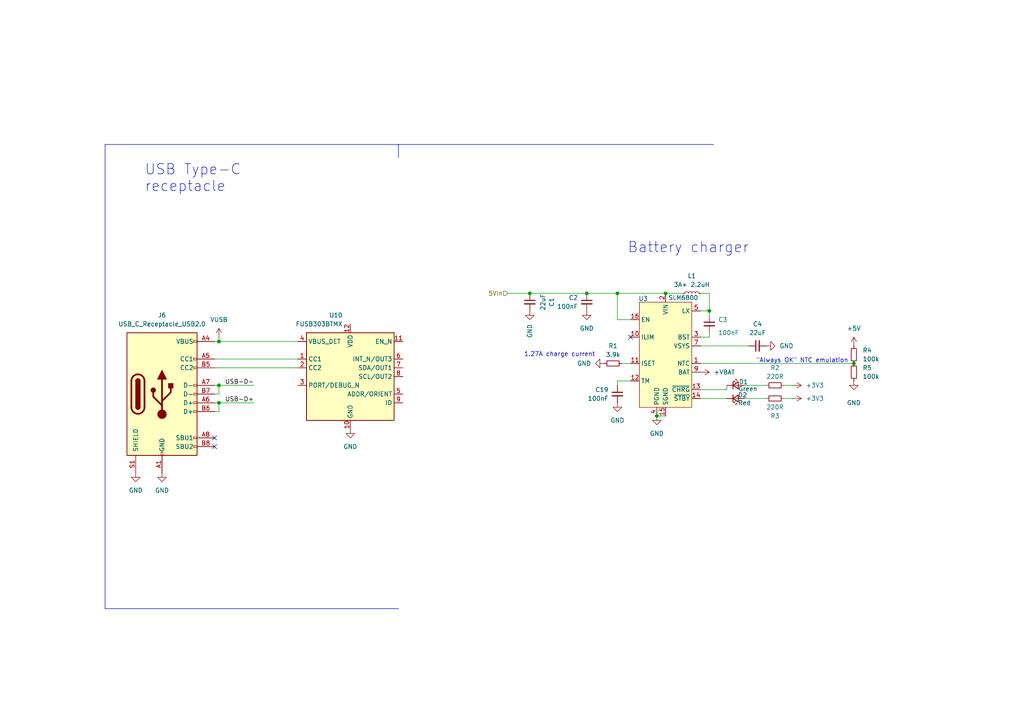
<source format=kicad_sch>
(kicad_sch (version 20231120) (generator "eeschema") (generator_version "8.0")
  (paper "A4")
  (lib_symbols
    (symbol "AllConnectBaseboard:VUSB" (power) (pin_names (offset 0))
      (property "Value" "VUSB" (at 0 2.54 0))
      (symbol "VUSB_0_0"
        (pin power_in line (at 0 0 90) (length 0) hide (name "VUSB") (number "1"))
      )
      (symbol "VUSB_0_1"
        (polyline (pts (xy -0.762 1.27) (xy 0 2.54)))
        (polyline (pts (xy 0 0) (xy 0 2.54)))
        (polyline (pts (xy 0 2.54) (xy 0.762 1.27)))
      )
    )
    (symbol "Battery_Management:SLM6800"
      (property "Reference" "U" (at -7.112 6.35 0))
      (property "Value" "SLM6800" (at 4.826 6.35 0))
      (symbol "SLM6800_0_0"
        (pin open_collector line (at 10.16 -20.32 180) (length 2.54) (name "~{CHRG}") (number "13"))
        (pin open_collector line (at 10.16 -22.86 180) (length 2.54) (name "~{STBY}") (number "14"))
      )
      (symbol "SLM6800_1_0"
        (pin input line (at 10.16 -12.7 180) (length 2.54) (name "NTC") (number "1"))
        (pin input line (at -10.16 -5.08 0) (length 2.54) (name "ILIM") (number "10"))
        (pin input line (at -10.16 -12.7 0) (length 2.54) (name "ISET") (number "11"))
        (pin input line (at -10.16 -17.78 0) (length 2.54) (name "TM") (number "12"))
        (pin power_in line (at 0 -27.94 90) (length 2.54) (name "SGND") (number "15"))
        (pin input line (at -10.16 0 0) (length 2.54) (name "EN") (number "16"))
        (pin passive line (at -2.54 -27.94 90) (length 2.54) hide (name "PGND") (number "17"))
        (pin power_in line (at 0 7.62 270) (length 2.54) (name "VIN") (number "2"))
        (pin input line (at 10.16 -5.08 180) (length 2.54) (name "BST") (number "3"))
        (pin power_in line (at -2.54 -27.94 90) (length 2.54) (name "PGND") (number "4"))
        (pin output line (at 10.16 2.54 180) (length 2.54) (name "LX") (number "5"))
        (pin passive line (at 10.16 2.54 180) (length 2.54) hide (name "LX") (number "6"))
        (pin output line (at 10.16 -7.62 180) (length 2.54) (name "VSYS") (number "7"))
        (pin passive line (at 10.16 -7.62 180) (length 2.54) hide (name "VSYS") (number "8"))
        (pin power_out line (at 10.16 -15.24 180) (length 2.54) (name "BAT") (number "9"))
      )
      (symbol "SLM6800_1_1"
        (rectangle (start -7.62 5.08) (end 7.62 -25.4) (fill (type background)))
      )
    )
    (symbol "Connector:USB_C_Receptacle_USB2.0" (pin_names (offset 1.016))
      (property "Reference" "J" (at -10.16 19.05 0))
      (property "Value" "USB_C_Receptacle_USB2.0" (at 19.05 19.05 0))
      (symbol "USB_C_Receptacle_USB2.0_0_0"
        (rectangle (start -0.254 -17.78) (end 0.254 -16.764))
        (rectangle (start 10.16 -14.986) (end 9.144 -15.494))
        (rectangle (start 10.16 -12.446) (end 9.144 -12.954))
        (rectangle (start 10.16 -4.826) (end 9.144 -5.334))
        (rectangle (start 10.16 -2.286) (end 9.144 -2.794))
        (rectangle (start 10.16 0.254) (end 9.144 -0.254))
        (rectangle (start 10.16 2.794) (end 9.144 2.286))
        (rectangle (start 10.16 7.874) (end 9.144 7.366))
        (rectangle (start 10.16 10.414) (end 9.144 9.906))
        (rectangle (start 10.16 15.494) (end 9.144 14.986))
      )
      (symbol "USB_C_Receptacle_USB2.0_0_1"
        (rectangle (start -10.16 17.78) (end 10.16 -17.78) (stroke (width 0.254)) (fill (type background)))
        (arc (start -8.89 -3.81) (mid -6.985 -5.7067) (end -5.08 -3.81) (stroke (width 0.508)))
        (arc (start -7.62 -3.81) (mid -6.985 -4.4423) (end -6.35 -3.81) (stroke (width 0.254)))
        (arc (start -7.62 -3.81) (mid -6.985 -4.4423) (end -6.35 -3.81) (stroke (width 0.254)) (fill (type outline)))
        (rectangle (start -7.62 -3.81) (end -6.35 3.81) (stroke (width 0.254)) (fill (type outline)))
        (arc (start -6.35 3.81) (mid -6.985 4.4423) (end -7.62 3.81) (stroke (width 0.254)))
        (arc (start -6.35 3.81) (mid -6.985 4.4423) (end -7.62 3.81) (stroke (width 0.254)) (fill (type outline)))
        (arc (start -5.08 3.81) (mid -6.985 5.7067) (end -8.89 3.81) (stroke (width 0.508)))
        (circle (center -2.54 1.143) (radius 0.635) (stroke (width 0.254)) (fill (type outline)))
        (circle (center 0 -5.842) (radius 1.27) (fill (type outline)))
        (polyline (pts (xy -8.89 -3.81) (xy -8.89 3.81)) (stroke (width 0.508)))
        (polyline (pts (xy -5.08 3.81) (xy -5.08 -3.81)) (stroke (width 0.508)))
        (polyline (pts (xy 0 -5.842) (xy 0 4.318)) (stroke (width 0.508)))
        (polyline (pts (xy 0 -3.302) (xy -2.54 -0.762) (xy -2.54 0.508)) (stroke (width 0.508)))
        (polyline (pts (xy 0 -2.032) (xy 2.54 0.508) (xy 2.54 1.778)) (stroke (width 0.508)))
        (polyline (pts (xy -1.27 4.318) (xy 0 6.858) (xy 1.27 4.318) (xy -1.27 4.318)) (stroke (width 0.254)) (fill (type outline)))
        (rectangle (start 1.905 1.778) (end 3.175 3.048) (stroke (width 0.254)) (fill (type outline)))
      )
      (symbol "USB_C_Receptacle_USB2.0_1_1"
        (pin passive line (at 0 -22.86 90) (length 5.08) (name "GND") (number "A1"))
        (pin passive line (at 0 -22.86 90) (length 5.08) hide (name "GND") (number "A12"))
        (pin passive line (at 15.24 15.24 180) (length 5.08) (name "VBUS") (number "A4"))
        (pin bidirectional line (at 15.24 10.16 180) (length 5.08) (name "CC1") (number "A5"))
        (pin bidirectional line (at 15.24 -2.54 180) (length 5.08) (name "D+") (number "A6"))
        (pin bidirectional line (at 15.24 2.54 180) (length 5.08) (name "D-") (number "A7"))
        (pin bidirectional line (at 15.24 -12.7 180) (length 5.08) (name "SBU1") (number "A8"))
        (pin passive line (at 15.24 15.24 180) (length 5.08) hide (name "VBUS") (number "A9"))
        (pin passive line (at 0 -22.86 90) (length 5.08) hide (name "GND") (number "B1"))
        (pin passive line (at 0 -22.86 90) (length 5.08) hide (name "GND") (number "B12"))
        (pin passive line (at 15.24 15.24 180) (length 5.08) hide (name "VBUS") (number "B4"))
        (pin bidirectional line (at 15.24 7.62 180) (length 5.08) (name "CC2") (number "B5"))
        (pin bidirectional line (at 15.24 -5.08 180) (length 5.08) (name "D+") (number "B6"))
        (pin bidirectional line (at 15.24 0 180) (length 5.08) (name "D-") (number "B7"))
        (pin bidirectional line (at 15.24 -15.24 180) (length 5.08) (name "SBU2") (number "B8"))
        (pin passive line (at 15.24 15.24 180) (length 5.08) hide (name "VBUS") (number "B9"))
        (pin passive line (at -7.62 -22.86 90) (length 5.08) (name "SHIELD") (number "S1"))
      )
    )
    (symbol "Device:C_Small" (pin_numbers hide) (pin_names (offset 0.254) hide)
      (property "Reference" "C" (at 0.254 1.778 0))
      (property "Value" "C_Small" (at 0.254 -2.032 0))
      (symbol "C_Small_0_1"
        (polyline (pts (xy -1.524 -0.508) (xy 1.524 -0.508)) (stroke (width 0.3302)))
        (polyline (pts (xy -1.524 0.508) (xy 1.524 0.508)) (stroke (width 0.3048)))
      )
      (symbol "C_Small_1_1"
        (pin passive line (at 0 2.54 270) (length 2.032) (name "~") (number "1"))
        (pin passive line (at 0 -2.54 90) (length 2.032) (name "~") (number "2"))
      )
    )
    (symbol "Device:LED_Small" (pin_numbers hide) (pin_names (offset 0.254) hide)
      (property "Reference" "D" (at -1.27 3.175 0))
      (property "Value" "LED_Small" (at -4.445 -2.54 0))
      (symbol "LED_Small_0_1"
        (polyline (pts (xy -0.762 -1.016) (xy -0.762 1.016)) (stroke (width 0.254)))
        (polyline (pts (xy 1.016 0) (xy -0.762 0)))
        (polyline (pts (xy 0.762 -1.016) (xy -0.762 0) (xy 0.762 1.016) (xy 0.762 -1.016)) (stroke (width 0.254)))
        (polyline (pts (xy 0 0.762) (xy -0.508 1.27) (xy -0.254 1.27) (xy -0.508 1.27) (xy -0.508 1.016)))
        (polyline (pts (xy 0.508 1.27) (xy 0 1.778) (xy 0.254 1.778) (xy 0 1.778) (xy 0 1.524)))
      )
      (symbol "LED_Small_1_1"
        (pin passive line (at -2.54 0 0) (length 1.778) (name "K") (number "1"))
        (pin passive line (at 2.54 0 180) (length 1.778) (name "A") (number "2"))
      )
    )
    (symbol "Device:L_Small" (pin_numbers hide) (pin_names (offset 0.254) hide)
      (property "Reference" "L" (at 0.762 1.016 0))
      (property "Value" "L_Small" (at 0.762 -1.016 0))
      (symbol "L_Small_0_1"
        (arc (start 0 -2.032) (mid 0.5058 -1.524) (end 0 -1.016))
        (arc (start 0 -1.016) (mid 0.5058 -0.508) (end 0 0))
        (arc (start 0 0) (mid 0.5058 0.508) (end 0 1.016))
        (arc (start 0 1.016) (mid 0.5058 1.524) (end 0 2.032))
      )
      (symbol "L_Small_1_1"
        (pin passive line (at 0 2.54 270) (length 0.508) (name "~") (number "1"))
        (pin passive line (at 0 -2.54 90) (length 0.508) (name "~") (number "2"))
      )
    )
    (symbol "Device:R_Small" (pin_numbers hide) (pin_names (offset 0.254) hide)
      (property "Reference" "R" (at 0.762 0.508 0))
      (property "Value" "R_Small" (at 0.762 -1.016 0))
      (symbol "R_Small_0_1"
        (rectangle (start -0.762 1.778) (end 0.762 -1.778) (stroke (width 0.2032)))
      )
      (symbol "R_Small_1_1"
        (pin passive line (at 0 2.54 270) (length 0.762) (name "~") (number "1"))
        (pin passive line (at 0 -2.54 90) (length 0.762) (name "~") (number "2"))
      )
    )
    (symbol "Interface_USB:FUSB303BTMX"
      (property "Reference" "U" (at -11.43 13.97 0))
      (property "Value" "FUSB303BTMX" (at 7.62 -13.97 0))
      (symbol "FUSB303BTMX_0_1"
        (rectangle (start -12.7 12.7) (end 12.7 -12.7) (stroke (width 0.254)) (fill (type background)))
      )
      (symbol "FUSB303BTMX_1_1"
        (pin bidirectional line (at 15.24 5.08 180) (length 2.54) (name "CC1") (number "1"))
        (pin power_in line (at 0 -15.24 90) (length 2.54) (name "GND") (number "10"))
        (pin input line (at -15.24 10.16 0) (length 2.54) (name "EN_N") (number "11"))
        (pin power_in line (at 0 15.24 270) (length 2.54) (name "VDD") (number "12"))
        (pin bidirectional line (at 15.24 2.54 180) (length 2.54) (name "CC2") (number "2"))
        (pin bidirectional line (at 15.24 -2.54 180) (length 2.54) (name "PORT/DEBUG_N") (number "3"))
        (pin input line (at 15.24 10.16 180) (length 2.54) (name "VBUS_DET") (number "4"))
        (pin bidirectional line (at -15.24 -5.08 0) (length 2.54) (name "ADDR/ORIENT") (number "5"))
        (pin open_collector line (at -15.24 5.08 0) (length 2.54) (name "INT_N/OUT3") (number "6"))
        (pin bidirectional line (at -15.24 2.54 0) (length 2.54) (name "SDA/OUT1") (number "7"))
        (pin bidirectional line (at -15.24 0 0) (length 2.54) (name "SCL/OUT2") (number "8"))
        (pin open_collector line (at -15.24 -7.62 0) (length 2.54) (name "ID") (number "9"))
      )
    )
    (symbol "power:+3V3" (power) (pin_numbers hide) (pin_names (offset 0) hide)
      (property "Value" "+3V3" (at 0 3.556 0))
      (symbol "+3V3_0_1"
        (polyline (pts (xy -0.762 1.27) (xy 0 2.54)))
        (polyline (pts (xy 0 0) (xy 0 2.54)))
        (polyline (pts (xy 0 2.54) (xy 0.762 1.27)))
      )
      (symbol "+3V3_1_1"
        (pin power_in line (at 0 0 90) (length 0) (name "~") (number "1"))
      )
    )
    (symbol "power:+5V" (power) (pin_numbers hide) (pin_names (offset 0) hide)
      (property "Value" "+5V" (at 0 3.556 0))
      (symbol "+5V_0_1"
        (polyline (pts (xy -0.762 1.27) (xy 0 2.54)))
        (polyline (pts (xy 0 0) (xy 0 2.54)))
        (polyline (pts (xy 0 2.54) (xy 0.762 1.27)))
      )
      (symbol "+5V_1_1"
        (pin power_in line (at 0 0 90) (length 0) (name "~") (number "1"))
      )
    )
    (symbol "power:GND" (power) (pin_numbers hide) (pin_names (offset 0) hide)
      (property "Value" "GND" (at 0 -3.81 0))
      (symbol "GND_0_1"
        (polyline (pts (xy 0 0) (xy 0 -1.27) (xy 1.27 -1.27) (xy 0 -2.54) (xy -1.27 -1.27) (xy 0 -1.27)))
      )
      (symbol "GND_1_1"
        (pin power_in line (at 0 0 270) (length 0) (name "~") (number "1"))
      )
    )
  )
  (junction (at 63.5 116.84))
  (junction (at 193.04 85.09))
  (junction (at 63.5 99.06))
  (junction (at 170.18 85.09))
  (junction (at 153.67 85.09))
  (junction (at 190.5 120.65))
  (junction (at 247.65 105.41))
  (junction (at 205.74 90.17))
  (junction (at 179.07 85.09))
  (junction (at 63.5 111.76))
  (no_connect (at 182.88 97.79))
  (no_connect (at 62.23 129.54))
  (no_connect (at 62.23 127))
  (wire (pts (xy 63.5 114.3) (xy 63.5 111.76)))
  (wire (pts (xy 182.88 110.49) (xy 179.07 110.49)))
  (wire (pts (xy 62.23 106.68) (xy 86.36 106.68)))
  (wire (pts (xy 203.2 90.17) (xy 205.74 90.17)))
  (polyline (pts (xy 30.48 176.53) (xy 30.48 41.91)))
  (wire (pts (xy 63.5 99.06) (xy 86.36 99.06)))
  (wire (pts (xy 179.07 85.09) (xy 179.07 92.71)))
  (wire (pts (xy 215.9 111.76) (xy 222.25 111.76)))
  (wire (pts (xy 63.5 97.79) (xy 63.5 99.06)))
  (wire (pts (xy 203.2 105.41) (xy 247.65 105.41)))
  (wire (pts (xy 63.5 111.76) (xy 73.66 111.76)))
  (wire (pts (xy 147.32 85.09) (xy 153.67 85.09)))
  (wire (pts (xy 153.67 85.09) (xy 170.18 85.09)))
  (wire (pts (xy 170.18 85.09) (xy 179.07 85.09)))
  (wire (pts (xy 62.23 111.76) (xy 63.5 111.76)))
  (wire (pts (xy 215.9 115.57) (xy 222.25 115.57)))
  (polyline (pts (xy 115.57 41.91) (xy 115.57 45.72)))
  (polyline (pts (xy 115.57 41.91) (xy 207.01 41.91)))
  (wire (pts (xy 210.82 113.03) (xy 210.82 111.76)))
  (wire (pts (xy 179.07 85.09) (xy 193.04 85.09)))
  (wire (pts (xy 62.23 114.3) (xy 63.5 114.3)))
  (wire (pts (xy 203.2 97.79) (xy 205.74 97.79)))
  (wire (pts (xy 203.2 85.09) (xy 205.74 85.09)))
  (polyline (pts (xy 30.48 41.91) (xy 115.57 41.91)))
  (wire (pts (xy 182.88 92.71) (xy 179.07 92.71)))
  (wire (pts (xy 193.04 85.09) (xy 198.12 85.09)))
  (wire (pts (xy 205.74 97.79) (xy 205.74 96.52)))
  (wire (pts (xy 179.07 110.49) (xy 179.07 111.76)))
  (wire (pts (xy 205.74 85.09) (xy 205.74 90.17)))
  (wire (pts (xy 180.34 105.41) (xy 182.88 105.41)))
  (wire (pts (xy 63.5 99.06) (xy 62.23 99.06)))
  (wire (pts (xy 73.66 116.84) (xy 63.5 116.84)))
  (wire (pts (xy 227.33 115.57) (xy 229.87 115.57)))
  (wire (pts (xy 63.5 116.84) (xy 62.23 116.84)))
  (wire (pts (xy 203.2 113.03) (xy 210.82 113.03)))
  (wire (pts (xy 205.74 91.44) (xy 205.74 90.17)))
  (wire (pts (xy 63.5 119.38) (xy 63.5 116.84)))
  (wire (pts (xy 203.2 100.33) (xy 217.17 100.33)))
  (wire (pts (xy 190.5 120.65) (xy 193.04 120.65)))
  (wire (pts (xy 203.2 115.57) (xy 210.82 115.57)))
  (wire (pts (xy 227.33 111.76) (xy 229.87 111.76)))
  (polyline (pts (xy 115.57 176.53) (xy 30.48 176.53)))
  (wire (pts (xy 62.23 104.14) (xy 86.36 104.14)))
  (wire (pts (xy 62.23 119.38) (xy 63.5 119.38)))
  (text "Battery charger" (at 199.644 71.882 0) (effects (font (size 3 3))))
  (text "1.27A charge current" (at 162.306 102.87 0) (effects (font (size 1.27 1.27))))
  (text "USB Type-C\nreceptacle" (at 41.91 55.88 0) (effects (font (size 3 3)) (justify left bottom)))
  (text "\"Always OK\" NTC emulation" (at 232.664 104.648 0) (effects (font (size 1.27 1.27))))
  (label "USB-D-" (at 73.66 111.76 180))
  (label "USB-D+" (at 73.66 116.84 180))
  (hierarchical_label "5VIn" (shape input) (at 147.32 85.09 180))
  (symbol (lib_id "Device:R_Small") (at 224.79 115.57 270) (mirror x) (unit 1)
    (property "Reference" "R3" (at 224.79 120.65 90))
    (property "Value" "220R" (at 224.79 118.11 90))
    (property "Footprint" "Resistor_SMD:R_0603_1608Metric" (effects (hide yes)))
    (property "Description" "Resistor, small symbol" (effects (hide yes)))
  )
  (symbol (lib_id "Device:R_Small") (at 247.65 107.95 0) (unit 1)
    (property "Reference" "R5" (at 250.19 106.6799 0) (effects (justify left)))
    (property "Value" "100k" (at 250.19 109.2199 0) (effects (justify left)))
    (property "Footprint" "Resistor_SMD:R_0603_1608Metric" (effects (hide yes)))
    (property "Description" "Resistor, small symbol" (effects (hide yes)))
  )
  (symbol (lib_id "Device:R_Small") (at 247.65 102.87 0) (unit 1)
    (property "Reference" "R4" (at 250.19 101.5999 0) (effects (justify left)))
    (property "Value" "100k" (at 250.19 104.1399 0) (effects (justify left)))
    (property "Footprint" "Resistor_SMD:R_0603_1608Metric" (effects (hide yes)))
    (property "Description" "Resistor, small symbol" (effects (hide yes)))
  )
  (symbol (lib_id "power:GND") (at 190.5 120.65 0) (unit 1)
    (property "Reference" "#PWR06" (effects (hide yes)))
    (property "Value" "GND" (at 190.5 125.73 0))
    (property "Description" "Power symbol creates a global label with name \"GND\" , ground" (effects (hide yes)))
  )
  (symbol (lib_id "power:GND") (at 39.37 137.16 0) (unit 1)
    (property "Reference" "#PWR057" (effects (hide yes)))
    (property "Value" "GND" (at 39.37 142.24 0))
  )
  (symbol (lib_id "Device:C_Small") (at 179.07 114.3 0) (unit 1)
    (property "Reference" "C19" (at 176.53 113.0362 0) (effects (justify right)))
    (property "Value" "100nF" (at 176.53 115.5762 0) (effects (justify right)))
    (property "Footprint" "Capacitor_SMD:C_0603_1608Metric" (effects (hide yes)))
    (property "Description" "Unpolarized capacitor, small symbol" (effects (hide yes)))
  )
  (symbol (lib_id "Device:C_Small") (at 153.67 87.63 0) (unit 1)
    (property "Reference" "C1" (at 160.02 87.6363 90))
    (property "Value" "22uF" (at 157.48 87.6363 90))
    (property "Footprint" "Capacitor_SMD:C_1206_3216Metric" (effects (hide yes)))
    (property "Description" "Unpolarized capacitor, small symbol" (effects (hide yes)))
  )
  (symbol (lib_id "Device:C_Small") (at 205.74 93.98 0) (mirror y) (unit 1)
    (property "Reference" "C3" (at 208.28 92.7162 0) (effects (justify right)))
    (property "Value" "100nF" (at 208.28 96.5262 0) (effects (justify right)))
    (property "Footprint" "Capacitor_SMD:C_0603_1608Metric" (effects (hide yes)))
    (property "Description" "Unpolarized capacitor, small symbol" (effects (hide yes)))
  )
  (symbol (lib_id "power:GND") (at 170.18 90.17 0) (unit 1)
    (property "Reference" "#PWR02" (effects (hide yes)))
    (property "Value" "GND" (at 170.18 95.25 0))
    (property "Description" "Power symbol creates a global label with name \"GND\" , ground" (effects (hide yes)))
  )
  (symbol (lib_id "power:GND") (at 175.26 105.41 270) (unit 1)
    (property "Reference" "#PWR03" (effects (hide yes)))
    (property "Value" "GND" (at 171.45 105.4099 90) (effects (justify right)))
    (property "Description" "Power symbol creates a global label with name \"GND\" , ground" (effects (hide yes)))
  )
  (symbol (lib_id "Connector:USB_C_Receptacle_USB2.0") (at 46.99 114.3 0) (unit 1)
    (property "Reference" "J6" (at 46.99 91.44 0))
    (property "Value" "USB_C_Receptacle_USB2.0" (at 46.99 93.98 0))
    (property "Footprint" "Connector_USB:USB_C_Receptacle_HCTL_HC-TYPE-C-16P-01A" (effects (hide yes)))
    (property "Datasheet" "https://www.usb.org/sites/default/files/documents/usb_type-c.zip" (effects (hide yes)))
  )
  (symbol (lib_id "power:+3V3") (at 229.87 115.57 270) (unit 1)
    (property "Reference" "#PWR09" (effects (hide yes)))
    (property "Value" "+3V3" (at 233.68 115.5699 90) (effects (justify left)))
    (property "Description" "Power symbol creates a global label with name \"+3V3\"" (effects (hide yes)))
  )
  (symbol (lib_id "power:GND") (at 46.99 137.16 0) (unit 1)
    (property "Reference" "#PWR058" (effects (hide yes)))
    (property "Value" "GND" (at 46.99 142.24 0))
  )
  (symbol (lib_id "power:+5V") (at 203.2 107.95 270) (unit 1)
    (property "Reference" "#PWR040" (effects (hide yes)))
    (property "Value" "+VBAT" (at 207.01 107.9499 90) (effects (justify left)))
  )
  (symbol (lib_id "Device:R_Small") (at 224.79 111.76 270) (unit 1)
    (property "Reference" "R2" (at 224.79 106.68 90))
    (property "Value" "220R" (at 224.79 109.22 90))
    (property "Footprint" "Resistor_SMD:R_0603_1608Metric" (effects (hide yes)))
    (property "Description" "Resistor, small symbol" (effects (hide yes)))
  )
  (symbol (lib_id "Device:R_Small") (at 177.8 105.41 270) (unit 1)
    (property "Reference" "R1" (at 177.8 100.33 90))
    (property "Value" "3.9k" (at 177.8 102.87 90))
    (property "Footprint" "Resistor_SMD:R_0603_1608Metric" (effects (hide yes)))
    (property "Description" "Resistor, small symbol" (effects (hide yes)))
  )
  (symbol (lib_id "Device:C_Small") (at 170.18 87.63 0) (unit 1)
    (property "Reference" "C2" (at 167.64 86.3662 0) (effects (justify right)))
    (property "Value" "100nF" (at 167.64 88.9062 0) (effects (justify right)))
    (property "Footprint" "Capacitor_SMD:C_0603_1608Metric" (effects (hide yes)))
    (property "Description" "Unpolarized capacitor, small symbol" (effects (hide yes)))
  )
  (symbol (lib_id "power:GND") (at 247.65 110.49 0) (unit 1)
    (property "Reference" "#PWR011" (effects (hide yes)))
    (property "Value" "GND" (at 247.65 116.84 0))
    (property "Description" "Power symbol creates a global label with name \"GND\" , ground" (effects (hide yes)))
  )
  (symbol (lib_id "power:GND") (at 222.25 100.33 90) (unit 1)
    (property "Reference" "#PWR07" (effects (hide yes)))
    (property "Value" "GND" (at 226.06 100.3299 90) (effects (justify right)))
    (property "Description" "Power symbol creates a global label with name \"GND\" , ground" (effects (hide yes)))
  )
  (symbol (lib_id "power:+3V3") (at 229.87 111.76 270) (unit 1)
    (property "Reference" "#PWR08" (effects (hide yes)))
    (property "Value" "+3V3" (at 233.68 111.7599 90) (effects (justify left)))
    (property "Description" "Power symbol creates a global label with name \"+3V3\"" (effects (hide yes)))
  )
  (symbol (lib_id "power:+5V") (at 247.65 100.33 0) (unit 1)
    (property "Reference" "#PWR010" (effects (hide yes)))
    (property "Value" "+5V" (at 247.65 95.25 0))
    (property "Description" "Power symbol creates a global label with name \"+5V\"" (effects (hide yes)))
  )
  (symbol (lib_id "power:GND") (at 101.6 124.46 0) (unit 1)
    (property "Reference" "#PWR060" (effects (hide yes)))
    (property "Value" "GND" (at 101.6 129.54 0))
    (property "Description" "Power symbol creates a global label with name \"GND\" , ground" (effects (hide yes)))
  )
  (symbol (lib_id "power:GND") (at 153.67 90.17 0) (unit 1)
    (property "Reference" "#PWR01" (effects (hide yes)))
    (property "Value" "GND" (at 153.6701 93.98 90) (effects (justify right)))
    (property "Description" "Power symbol creates a global label with name \"GND\" , ground" (effects (hide yes)))
  )
  (symbol (lib_id "power:GND") (at 179.07 116.84 0) (unit 1)
    (property "Reference" "#PWR04" (effects (hide yes)))
    (property "Value" "GND" (at 179.07 121.92 0))
    (property "Description" "Power symbol creates a global label with name \"GND\" , ground" (effects (hide yes)))
  )
  (symbol (lib_id "Device:L_Small") (at 200.66 85.09 90) (unit 1)
    (property "Reference" "L1" (at 200.66 80.01 90))
    (property "Value" "3A+ 2.2uH" (at 200.66 82.55 90))
    (property "Footprint" "Inductor_SMD:L_SXN_SMDRI124" (effects (hide yes)))
    (property "Description" "Inductor, small symbol" (effects (hide yes)))
    (property "MPN" "CYH125-2.2UH" (effects (hide yes)))
    (property "LCSC Part #" "C7431076" (effects (hide yes)))
  )
  (symbol (lib_id "Device:LED_Small") (at 213.36 111.76 0) (unit 1)
    (property "Reference" "D1" (at 215.646 110.744 0))
    (property "Value" "Green" (at 216.916 112.776 0))
    (property "Footprint" "LED_SMD:LED_0805_2012Metric" (effects (hide yes)))
    (property "Description" "Light emitting diode, small symbol" (effects (hide yes)))
  )
  (symbol (lib_id "Battery_Management:SLM6800") (at 193.04 92.71 0) (unit 1)
    (property "Reference" "U3" (at 185.166 86.614 0) (effects (justify left)))
    (property "Value" "SLM6800" (at 193.802 86.36 0) (effects (justify left)))
    (property "Footprint" "Package_DFN_QFN:QFN-16-1EP_4x4mm_P0.65mm_EP2.15x2.15mm" (effects (hide yes)))
    (property "Datasheet" "https://datasheet.lcsc.com/lcsc/1912111437_SOLA-IC-SLM6800_C388594.pdf" (effects (hide yes)))
    (property "Description" "1.5A, 2-Cell 8.4V, standalone switch-mode Li-Ion Charger, 5Vin, 750kHz, QFN-16" (effects (hide yes)))
  )
  (symbol (lib_id "Interface_USB:FUSB303BTMX") (at 101.6 109.22 0) (mirror y) (unit 1)
    (property "Reference" "U10" (at 99.4059 91.44 0) (effects (justify left)))
    (property "Value" "FUSB303BTMX" (at 99.4059 93.98 0) (effects (justify left)))
    (property "Footprint" "Package_DFN_QFN:Texas_X2QFN-12_1.6x1.6mm_P0.4mm" (effects (hide yes)))
    (property "Datasheet" "https://www.onsemi.com/pdf/datasheet/fusb303b-d.pdf" (effects (hide yes)))
    (property "Description" "USB Type-C port controller with I2C and GPIO control, X2QFN-12" (effects (hide yes)))
  )
  (symbol (lib_id "Device:C_Small") (at 219.71 100.33 90) (unit 1)
    (property "Reference" "C4" (at 219.7163 93.98 90))
    (property "Value" "22uF" (at 219.7163 96.52 90))
    (property "Footprint" "Capacitor_SMD:C_1206_3216Metric" (effects (hide yes)))
    (property "Description" "Unpolarized capacitor, small symbol" (effects (hide yes)))
  )
  (symbol (lib_id "Device:LED_Small") (at 213.36 115.57 0) (mirror x) (unit 1)
    (property "Reference" "D2" (at 215.392 114.554 0))
    (property "Value" "Red" (at 215.9 116.84 0))
    (property "Footprint" "LED_SMD:LED_0805_2012Metric" (effects (hide yes)))
    (property "Description" "Light emitting diode, small symbol" (effects (hide yes)))
  )
  (symbol (lib_id "AllConnectBaseboard:VUSB") (at 63.5 97.79 0) (unit 1)
    (property "Reference" "#PWR059" (effects (hide yes)))
    (property "Value" "VUSB" (at 63.5 92.71 0))
  )
)
</source>
